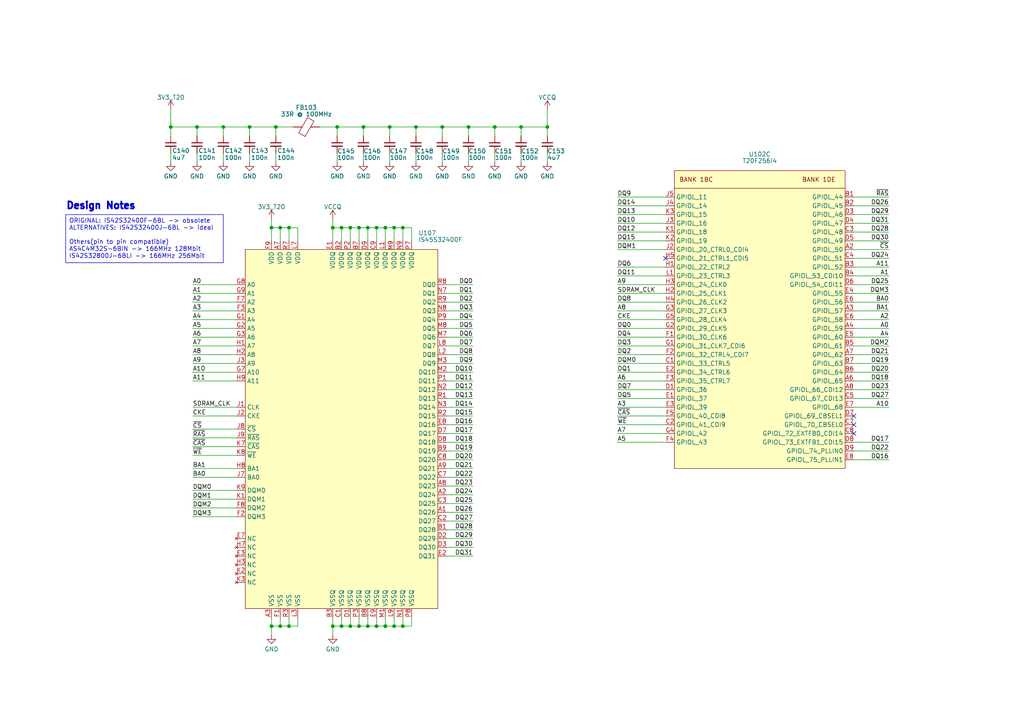
<source format=kicad_sch>
(kicad_sch (version 20230121) (generator eeschema)
  (paper "A4")
  (title_block (title "PS2 Video Processor Framebuffer") (rev "0.3") (comment 5 "-a project by Tschicki"))
  (junction (at 116.84 66.04))
  (junction (at 49.53 36.83))
  (junction (at 104.14 66.04))
  (junction (at 114.3 181.61))
  (junction (at 101.6 181.61))
  (junction (at 96.52 181.61))
  (junction (at 135.89 36.83))
  (junction (at 111.76 181.61))
  (junction (at 99.06 66.04))
  (junction (at 57.15 36.83))
  (junction (at 99.06 181.61))
  (junction (at 104.14 181.61))
  (junction (at 106.68 181.61))
  (junction (at 96.52 66.04))
  (junction (at 78.74 181.61))
  (junction (at 151.13 36.83))
  (junction (at 158.75 36.83))
  (junction (at 128.27 36.83))
  (junction (at 105.41 36.83))
  (junction (at 113.03 36.83))
  (junction (at 81.28 181.61))
  (junction (at 101.6 66.04))
  (junction (at 97.79 36.83))
  (junction (at 64.77 36.83))
  (junction (at 106.68 66.04))
  (junction (at 111.76 66.04))
  (junction (at 80.01 36.83))
  (junction (at 116.84 181.61))
  (junction (at 143.51 36.83))
  (junction (at 109.22 66.04))
  (junction (at 120.65 36.83))
  (junction (at 78.74 66.04))
  (junction (at 81.28 66.04))
  (junction (at 72.39 36.83))
  (junction (at 83.82 181.61))
  (junction (at 109.22 181.61))
  (junction (at 83.82 66.04))
  (junction (at 114.3 66.04))
  (no_connect (at 247.65 125.73))
  (no_connect (at 247.65 120.65))
  (no_connect (at 247.65 123.19))
  (no_connect (at 193.04 74.93))
  (wire (pts (xy 78.74 181.61) (xy 78.74 184.15)))
  (wire (pts (xy 92.71 36.83) (xy 97.79 36.83)))
  (wire (pts (xy 55.88 105.41) (xy 68.58 105.41)))
  (wire (pts (xy 109.22 179.07) (xy 109.22 181.61)))
  (wire (pts (xy 113.03 36.83) (xy 120.65 36.83)))
  (wire (pts (xy 120.65 36.83) (xy 120.65 39.37)))
  (wire (pts (xy 101.6 181.61) (xy 99.06 181.61)))
  (wire (pts (xy 101.6 66.04) (xy 101.6 69.85)))
  (wire (pts (xy 179.07 64.77) (xy 193.04 64.77)))
  (wire (pts (xy 96.52 181.61) (xy 96.52 184.15)))
  (wire (pts (xy 99.06 66.04) (xy 96.52 66.04)))
  (wire (pts (xy 129.54 87.63) (xy 137.16 87.63)))
  (wire (pts (xy 129.54 140.97) (xy 137.16 140.97)))
  (wire (pts (xy 257.81 80.01) (xy 247.65 80.01)))
  (wire (pts (xy 111.76 66.04) (xy 109.22 66.04)))
  (wire (pts (xy 179.07 97.79) (xy 193.04 97.79)))
  (wire (pts (xy 116.84 66.04) (xy 114.3 66.04)))
  (wire (pts (xy 104.14 179.07) (xy 104.14 181.61)))
  (wire (pts (xy 179.07 105.41) (xy 193.04 105.41)))
  (wire (pts (xy 96.52 179.07) (xy 96.52 181.61)))
  (wire (pts (xy 111.76 181.61) (xy 109.22 181.61)))
  (wire (pts (xy 55.88 127) (xy 68.58 127)))
  (wire (pts (xy 129.54 95.25) (xy 137.16 95.25)))
  (wire (pts (xy 111.76 179.07) (xy 111.76 181.61)))
  (wire (pts (xy 104.14 66.04) (xy 101.6 66.04)))
  (wire (pts (xy 179.07 87.63) (xy 193.04 87.63)))
  (wire (pts (xy 55.88 82.55) (xy 68.58 82.55)))
  (wire (pts (xy 99.06 66.04) (xy 99.06 69.85)))
  (wire (pts (xy 129.54 135.89) (xy 137.16 135.89)))
  (wire (pts (xy 151.13 36.83) (xy 158.75 36.83)))
  (wire (pts (xy 179.07 125.73) (xy 193.04 125.73)))
  (wire (pts (xy 151.13 36.83) (xy 151.13 39.37)))
  (wire (pts (xy 113.03 44.45) (xy 113.03 46.99)))
  (wire (pts (xy 257.81 67.31) (xy 247.65 67.31)))
  (wire (pts (xy 55.88 120.65) (xy 68.58 120.65)))
  (wire (pts (xy 72.39 36.83) (xy 72.39 39.37)))
  (wire (pts (xy 116.84 181.61) (xy 114.3 181.61)))
  (wire (pts (xy 257.81 72.39) (xy 247.65 72.39)))
  (wire (pts (xy 96.52 66.04) (xy 96.52 69.85)))
  (wire (pts (xy 78.74 63.5) (xy 78.74 66.04)))
  (wire (pts (xy 114.3 181.61) (xy 111.76 181.61)))
  (wire (pts (xy 257.81 118.11) (xy 247.65 118.11)))
  (wire (pts (xy 86.36 181.61) (xy 83.82 181.61)))
  (wire (pts (xy 114.3 66.04) (xy 111.76 66.04)))
  (wire (pts (xy 179.07 107.95) (xy 193.04 107.95)))
  (wire (pts (xy 129.54 143.51) (xy 137.16 143.51)))
  (wire (pts (xy 106.68 181.61) (xy 104.14 181.61)))
  (wire (pts (xy 99.06 179.07) (xy 99.06 181.61)))
  (wire (pts (xy 72.39 44.45) (xy 72.39 46.99)))
  (wire (pts (xy 257.81 57.15) (xy 247.65 57.15)))
  (wire (pts (xy 128.27 36.83) (xy 128.27 39.37)))
  (wire (pts (xy 81.28 66.04) (xy 78.74 66.04)))
  (wire (pts (xy 57.15 36.83) (xy 57.15 39.37)))
  (wire (pts (xy 49.53 31.75) (xy 49.53 36.83)))
  (wire (pts (xy 257.81 74.93) (xy 247.65 74.93)))
  (wire (pts (xy 257.81 97.79) (xy 247.65 97.79)))
  (wire (pts (xy 106.68 66.04) (xy 104.14 66.04)))
  (wire (pts (xy 64.77 44.45) (xy 64.77 46.99)))
  (wire (pts (xy 83.82 181.61) (xy 81.28 181.61)))
  (wire (pts (xy 55.88 144.78) (xy 68.58 144.78)))
  (wire (pts (xy 97.79 36.83) (xy 97.79 39.37)))
  (wire (pts (xy 64.77 36.83) (xy 72.39 36.83)))
  (wire (pts (xy 129.54 138.43) (xy 137.16 138.43)))
  (wire (pts (xy 129.54 85.09) (xy 137.16 85.09)))
  (wire (pts (xy 85.09 36.83) (xy 80.01 36.83)))
  (wire (pts (xy 83.82 66.04) (xy 83.82 69.85)))
  (wire (pts (xy 257.81 113.03) (xy 247.65 113.03)))
  (wire (pts (xy 257.81 107.95) (xy 247.65 107.95)))
  (wire (pts (xy 129.54 158.75) (xy 137.16 158.75)))
  (wire (pts (xy 179.07 62.23) (xy 193.04 62.23)))
  (wire (pts (xy 55.88 135.89) (xy 68.58 135.89)))
  (wire (pts (xy 55.88 138.43) (xy 68.58 138.43)))
  (wire (pts (xy 179.07 57.15) (xy 193.04 57.15)))
  (wire (pts (xy 86.36 66.04) (xy 83.82 66.04)))
  (wire (pts (xy 257.81 95.25) (xy 247.65 95.25)))
  (wire (pts (xy 179.07 102.87) (xy 193.04 102.87)))
  (wire (pts (xy 104.14 181.61) (xy 101.6 181.61)))
  (wire (pts (xy 129.54 130.81) (xy 137.16 130.81)))
  (wire (pts (xy 179.07 85.09) (xy 193.04 85.09)))
  (wire (pts (xy 129.54 151.13) (xy 137.16 151.13)))
  (wire (pts (xy 72.39 36.83) (xy 80.01 36.83)))
  (wire (pts (xy 257.81 87.63) (xy 247.65 87.63)))
  (wire (pts (xy 129.54 102.87) (xy 137.16 102.87)))
  (wire (pts (xy 55.88 124.46) (xy 68.58 124.46)))
  (wire (pts (xy 83.82 179.07) (xy 83.82 181.61)))
  (wire (pts (xy 78.74 179.07) (xy 78.74 181.61)))
  (wire (pts (xy 257.81 92.71) (xy 247.65 92.71)))
  (wire (pts (xy 129.54 97.79) (xy 137.16 97.79)))
  (wire (pts (xy 179.07 118.11) (xy 193.04 118.11)))
  (wire (pts (xy 179.07 113.03) (xy 193.04 113.03)))
  (wire (pts (xy 129.54 115.57) (xy 137.16 115.57)))
  (wire (pts (xy 143.51 36.83) (xy 151.13 36.83)))
  (wire (pts (xy 158.75 36.83) (xy 158.75 39.37)))
  (wire (pts (xy 257.81 90.17) (xy 247.65 90.17)))
  (wire (pts (xy 129.54 90.17) (xy 137.16 90.17)))
  (wire (pts (xy 97.79 36.83) (xy 105.41 36.83)))
  (wire (pts (xy 101.6 179.07) (xy 101.6 181.61)))
  (wire (pts (xy 179.07 69.85) (xy 193.04 69.85)))
  (wire (pts (xy 99.06 181.61) (xy 96.52 181.61)))
  (wire (pts (xy 179.07 128.27) (xy 193.04 128.27)))
  (wire (pts (xy 179.07 92.71) (xy 193.04 92.71)))
  (wire (pts (xy 247.65 85.09) (xy 257.81 85.09)))
  (wire (pts (xy 55.88 132.08) (xy 68.58 132.08)))
  (wire (pts (xy 129.54 128.27) (xy 137.16 128.27)))
  (wire (pts (xy 257.81 77.47) (xy 247.65 77.47)))
  (wire (pts (xy 129.54 118.11) (xy 137.16 118.11)))
  (wire (pts (xy 55.88 87.63) (xy 68.58 87.63)))
  (wire (pts (xy 55.88 85.09) (xy 68.58 85.09)))
  (wire (pts (xy 106.68 179.07) (xy 106.68 181.61)))
  (wire (pts (xy 55.88 118.11) (xy 68.58 118.11)))
  (wire (pts (xy 83.82 66.04) (xy 81.28 66.04)))
  (wire (pts (xy 119.38 66.04) (xy 116.84 66.04)))
  (wire (pts (xy 55.88 92.71) (xy 68.58 92.71)))
  (wire (pts (xy 179.07 67.31) (xy 193.04 67.31)))
  (wire (pts (xy 179.07 120.65) (xy 193.04 120.65)))
  (wire (pts (xy 55.88 149.86) (xy 68.58 149.86)))
  (wire (pts (xy 81.28 179.07) (xy 81.28 181.61)))
  (wire (pts (xy 179.07 59.69) (xy 193.04 59.69)))
  (wire (pts (xy 55.88 142.24) (xy 68.58 142.24)))
  (wire (pts (xy 116.84 179.07) (xy 116.84 181.61)))
  (wire (pts (xy 109.22 181.61) (xy 106.68 181.61)))
  (wire (pts (xy 129.54 148.59) (xy 137.16 148.59)))
  (wire (pts (xy 257.81 62.23) (xy 247.65 62.23)))
  (wire (pts (xy 135.89 44.45) (xy 135.89 46.99)))
  (wire (pts (xy 49.53 44.45) (xy 49.53 46.99)))
  (wire (pts (xy 80.01 36.83) (xy 80.01 39.37)))
  (wire (pts (xy 129.54 105.41) (xy 137.16 105.41)))
  (wire (pts (xy 55.88 129.54) (xy 68.58 129.54)))
  (wire (pts (xy 257.81 64.77) (xy 247.65 64.77)))
  (wire (pts (xy 129.54 161.29) (xy 137.16 161.29)))
  (wire (pts (xy 179.07 123.19) (xy 193.04 123.19)))
  (wire (pts (xy 97.79 44.45) (xy 97.79 46.99)))
  (wire (pts (xy 158.75 44.45) (xy 158.75 46.99)))
  (wire (pts (xy 158.75 31.75) (xy 158.75 36.83)))
  (wire (pts (xy 105.41 36.83) (xy 105.41 39.37)))
  (wire (pts (xy 247.65 128.27) (xy 257.81 128.27)))
  (wire (pts (xy 55.88 110.49) (xy 68.58 110.49)))
  (wire (pts (xy 179.07 82.55) (xy 193.04 82.55)))
  (wire (pts (xy 129.54 153.67) (xy 137.16 153.67)))
  (wire (pts (xy 179.07 95.25) (xy 193.04 95.25)))
  (wire (pts (xy 111.76 66.04) (xy 111.76 69.85)))
  (wire (pts (xy 57.15 36.83) (xy 49.53 36.83)))
  (wire (pts (xy 57.15 44.45) (xy 57.15 46.99)))
  (wire (pts (xy 86.36 179.07) (xy 86.36 181.61)))
  (wire (pts (xy 101.6 66.04) (xy 99.06 66.04)))
  (wire (pts (xy 257.81 115.57) (xy 247.65 115.57)))
  (wire (pts (xy 114.3 179.07) (xy 114.3 181.61)))
  (wire (pts (xy 129.54 107.95) (xy 137.16 107.95)))
  (wire (pts (xy 55.88 147.32) (xy 68.58 147.32)))
  (wire (pts (xy 143.51 44.45) (xy 143.51 46.99)))
  (wire (pts (xy 257.81 59.69) (xy 247.65 59.69)))
  (wire (pts (xy 129.54 113.03) (xy 137.16 113.03)))
  (wire (pts (xy 49.53 36.83) (xy 49.53 39.37)))
  (wire (pts (xy 55.88 95.25) (xy 68.58 95.25)))
  (wire (pts (xy 129.54 123.19) (xy 137.16 123.19)))
  (wire (pts (xy 55.88 102.87) (xy 68.58 102.87)))
  (wire (pts (xy 129.54 133.35) (xy 137.16 133.35)))
  (wire (pts (xy 120.65 36.83) (xy 128.27 36.83)))
  (wire (pts (xy 55.88 90.17) (xy 68.58 90.17)))
  (wire (pts (xy 257.81 100.33) (xy 247.65 100.33)))
  (wire (pts (xy 247.65 130.81) (xy 257.81 130.81)))
  (wire (pts (xy 119.38 69.85) (xy 119.38 66.04)))
  (wire (pts (xy 129.54 92.71) (xy 137.16 92.71)))
  (wire (pts (xy 57.15 36.83) (xy 64.77 36.83)))
  (wire (pts (xy 114.3 66.04) (xy 114.3 69.85)))
  (wire (pts (xy 179.07 77.47) (xy 193.04 77.47)))
  (wire (pts (xy 106.68 66.04) (xy 106.68 69.85)))
  (wire (pts (xy 119.38 181.61) (xy 116.84 181.61)))
  (wire (pts (xy 120.65 44.45) (xy 120.65 46.99)))
  (wire (pts (xy 179.07 72.39) (xy 193.04 72.39)))
  (wire (pts (xy 55.88 97.79) (xy 68.58 97.79)))
  (wire (pts (xy 81.28 181.61) (xy 78.74 181.61)))
  (wire (pts (xy 129.54 82.55) (xy 137.16 82.55)))
  (wire (pts (xy 129.54 120.65) (xy 137.16 120.65)))
  (wire (pts (xy 116.84 66.04) (xy 116.84 69.85)))
  (wire (pts (xy 113.03 36.83) (xy 113.03 39.37)))
  (wire (pts (xy 257.81 105.41) (xy 247.65 105.41)))
  (wire (pts (xy 135.89 36.83) (xy 135.89 39.37)))
  (wire (pts (xy 179.07 100.33) (xy 193.04 100.33)))
  (wire (pts (xy 257.81 82.55) (xy 247.65 82.55)))
  (wire (pts (xy 247.65 133.35) (xy 257.81 133.35)))
  (wire (pts (xy 105.41 36.83) (xy 113.03 36.83)))
  (wire (pts (xy 64.77 36.83) (xy 64.77 39.37)))
  (wire (pts (xy 86.36 69.85) (xy 86.36 66.04)))
  (wire (pts (xy 151.13 44.45) (xy 151.13 46.99)))
  (wire (pts (xy 129.54 100.33) (xy 137.16 100.33)))
  (wire (pts (xy 55.88 100.33) (xy 68.58 100.33)))
  (wire (pts (xy 257.81 69.85) (xy 247.65 69.85)))
  (wire (pts (xy 257.81 110.49) (xy 247.65 110.49)))
  (wire (pts (xy 179.07 80.01) (xy 193.04 80.01)))
  (wire (pts (xy 257.81 102.87) (xy 247.65 102.87)))
  (wire (pts (xy 129.54 156.21) (xy 137.16 156.21)))
  (wire (pts (xy 128.27 44.45) (xy 128.27 46.99)))
  (wire (pts (xy 109.22 66.04) (xy 109.22 69.85)))
  (wire (pts (xy 81.28 66.04) (xy 81.28 69.85)))
  (wire (pts (xy 119.38 179.07) (xy 119.38 181.61)))
  (wire (pts (xy 78.74 66.04) (xy 78.74 69.85)))
  (wire (pts (xy 179.07 110.49) (xy 193.04 110.49)))
  (wire (pts (xy 128.27 36.83) (xy 135.89 36.83)))
  (wire (pts (xy 129.54 125.73) (xy 137.16 125.73)))
  (wire (pts (xy 135.89 36.83) (xy 143.51 36.83)))
  (wire (pts (xy 143.51 36.83) (xy 143.51 39.37)))
  (wire (pts (xy 104.14 66.04) (xy 104.14 69.85)))
  (wire (pts (xy 109.22 66.04) (xy 106.68 66.04)))
  (wire (pts (xy 55.88 107.95) (xy 68.58 107.95)))
  (wire (pts (xy 105.41 44.45) (xy 105.41 46.99)))
  (wire (pts (xy 129.54 110.49) (xy 137.16 110.49)))
  (wire (pts (xy 96.52 63.5) (xy 96.52 66.04)))
  (wire (pts (xy 179.07 115.57) (xy 193.04 115.57)))
  (wire (pts (xy 179.07 90.17) (xy 193.04 90.17)))
  (wire (pts (xy 80.01 44.45) (xy 80.01 46.99)))
  (wire (pts (xy 129.54 146.05) (xy 137.16 146.05)))
  (text_box "ORIGINAL: IS42S32400F-6BL -> obsolete\nALTERNATIVES: IS42S32400J-6BL -> ideal\n\nOthers(pin to pin compatible)\nAS4C4M32S-6BIN -> 166MHz 128Mbit	\nIS42S32800J-6BLI -> 166MHz 256Mbit" (at 19.05 62.23 0) (size 45.72 13.97) (effects (font (size 1.27 1.27)) (justify left top)))
  (text "Design Notes" (at 19.05 60.96 0) (effects (font (size 2 2) (thickness 1) bold) (justify left bottom)))
  (label "DQ0" (at 137.16 82.55 180))
  (label "DQ15" (at 179.07 69.85 0))
  (label "A0" (at 55.88 82.55 0))
  (label "BA1" (at 257.81 90.17 180))
  (label "DQ24" (at 137.16 143.51 180))
  (label "DQ16" (at 137.16 123.19 180))
  (label "DQ2" (at 179.07 102.87 0))
  (label "DQ29" (at 137.16 156.21 180))
  (label "DQ29" (at 257.81 62.23 180))
  (label "DQ7" (at 137.16 100.33 180))
  (label "A5" (at 55.88 95.25 0))
  (label "A8" (at 55.88 102.87 0))
  (label "DQ6" (at 137.16 97.79 180))
  (label "A4" (at 257.81 97.79 180))
  (label "~{WE}" (at 55.88 132.08 0))
  (label "DQ11" (at 137.16 110.49 180))
  (label "A10" (at 55.88 107.95 0))
  (label "DQ31" (at 257.81 64.77 180))
  (label "DQ23" (at 257.81 113.03 180))
  (label "DQM3" (at 55.88 149.86 0))
  (label "A4" (at 55.88 92.71 0))
  (label "DQ10" (at 137.16 107.95 180))
  (label "DQ26" (at 137.16 148.59 180))
  (label "DQ20" (at 137.16 133.35 180))
  (label "DQ5" (at 137.16 95.25 180))
  (label "DQ17" (at 137.16 125.73 180))
  (label "A9" (at 179.07 82.55 0))
  (label "DQ12" (at 137.16 113.03 180))
  (label "A0" (at 257.81 95.25 180))
  (label "~{RAS}" (at 257.81 57.15 180))
  (label "DQ21" (at 257.81 102.87 180))
  (label "DQ30" (at 257.81 69.85 180))
  (label "A9" (at 55.88 105.41 0))
  (label "DQ24" (at 257.81 74.93 180))
  (label "DQ8" (at 179.07 87.63 0))
  (label "A1" (at 55.88 85.09 0))
  (label "BA0" (at 55.88 138.43 0))
  (label "DQ13" (at 137.16 115.57 180))
  (label "DQ3" (at 179.07 100.33 0))
  (label "DQ18" (at 137.16 128.27 180))
  (label "~{WE}" (at 179.07 123.19 0))
  (label "DQ10" (at 179.07 64.77 0))
  (label "CKE" (at 179.07 92.71 0))
  (label "DQ16" (at 257.81 133.35 180))
  (label "A8" (at 179.07 90.17 0))
  (label "A6" (at 55.88 97.79 0))
  (label "DQM1" (at 179.07 72.39 0))
  (label "A10" (at 257.81 118.11 180))
  (label "DQ23" (at 137.16 140.97 180))
  (label "DQM2" (at 55.88 147.32 0))
  (label "DQ7" (at 179.07 113.03 0))
  (label "DQ13" (at 179.07 62.23 0))
  (label "DQ8" (at 137.16 102.87 180))
  (label "A11" (at 257.81 77.47 180))
  (label "BA0" (at 257.81 87.63 180))
  (label "~{CS}" (at 257.81 72.39 180))
  (label "DQ1" (at 137.16 85.09 180))
  (label "A7" (at 55.88 100.33 0))
  (label "DQ1" (at 179.07 107.95 0))
  (label "DQ30" (at 137.16 158.75 180))
  (label "DQ9" (at 137.16 105.41 180))
  (label "A2" (at 257.81 92.71 180))
  (label "DQ4" (at 137.16 92.71 180))
  (label "~{CS}" (at 55.88 124.46 0))
  (label "DQM0" (at 179.07 105.41 0))
  (label "DQM0" (at 55.88 142.24 0))
  (label "CKE" (at 55.88 120.65 0))
  (label "DQ28" (at 137.16 153.67 180))
  (label "A1" (at 257.81 80.01 180))
  (label "DQ20" (at 257.81 107.95 180))
  (label "DQ0" (at 179.07 95.25 0))
  (label "DQ2" (at 137.16 87.63 180))
  (label "DQ3" (at 137.16 90.17 180))
  (label "A6" (at 179.07 110.49 0))
  (label "DQ21" (at 137.16 135.89 180))
  (label "DQ14" (at 179.07 59.69 0))
  (label "DQ19" (at 257.81 105.41 180))
  (label "DQ25" (at 137.16 146.05 180))
  (label "~{RAS}" (at 55.88 127 0))
  (label "DQ27" (at 257.81 115.57 180))
  (label "A3" (at 179.07 118.11 0))
  (label "A2" (at 55.88 87.63 0))
  (label "DQM3" (at 257.81 85.09 180))
  (label "DQ11" (at 179.07 80.01 0))
  (label "DQ12" (at 179.07 67.31 0))
  (label "DQ4" (at 179.07 97.79 0))
  (label "DQ9" (at 179.07 57.15 0))
  (label "SDRAM_CLK" (at 55.88 118.11 0))
  (label "A3" (at 55.88 90.17 0))
  (label "DQ15" (at 137.16 120.65 180))
  (label "DQ28" (at 257.81 67.31 180))
  (label "DQM2" (at 257.81 100.33 180))
  (label "DQ19" (at 137.16 130.81 180))
  (label "DQ22" (at 257.81 130.81 180))
  (label "DQ14" (at 137.16 118.11 180))
  (label "DQ22" (at 137.16 138.43 180))
  (label "DQ25" (at 257.81 82.55 180))
  (label "DQ17" (at 257.81 128.27 180))
  (label "DQM1" (at 55.88 144.78 0))
  (label "~{CAS}" (at 179.07 120.65 0))
  (label "A7" (at 179.07 125.73 0))
  (label "DQ31" (at 137.16 161.29 180))
  (label "SDRAM_CLK" (at 179.07 85.09 0))
  (label "DQ27" (at 137.16 151.13 180))
  (label "A11" (at 55.88 110.49 0))
  (label "A5" (at 179.07 128.27 0))
  (label "DQ5" (at 179.07 115.57 0))
  (label "BA1" (at 55.88 135.89 0))
  (label "DQ6" (at 179.07 77.47 0))
  (label "DQ26" (at 257.81 59.69 180))
  (label "~{CAS}" (at 55.88 129.54 0))
  (label "DQ18" (at 257.81 110.49 180))
  (symbol (lib_id "power:GND") (at 78.74 184.15 0) (unit 1)
    (property "Reference" "#PWR0176" (effects hide))
    (property "Value" "GND" (at 78.74 188.2855 0))
    (instances (project "Trion_T20_Devboard_02" (path "" (reference "#PWR0176") (unit 1)) (path "" (reference "#PWR0507") (unit 1))) (project "PS2_79004_Rev_0_4" (path "" (reference "#PWR02807") (unit 1))))
  )
  (symbol (lib_id "PS2:Trion_T20F256I4") (at 193.04 57.15 0) (unit 3)
    (property "Reference" "U102" (at 220.345 44.7261 0))
    (property "Value" "T20F256I4" (at 220.345 46.6471 0))
    (property "Footprint" "PS2:BGA-256_14.0x14.0mm_Layout16x16_P0.8mm_Ball0.45mm_Pad0.32mm_NSMD" (effects hide))
    (property "Datasheet" "https://www.efinixinc.com/docs/trion20-ds-v5.6.pdf" (effects hide))
    (property "Part Number" "T20F256C4" (effects hide))
    (instances (project "Trion_T20_Devboard_02" (path "" (reference "U102") (unit 3)) (path "" (reference "U101") (unit 3))) (project "PS2_79004_Rev_0_4" (path "" (reference "U2601") (unit 3))))
  )
  (symbol (lib_id "power:GND") (at 97.79 46.99 0) (unit 1)
    (property "Reference" "#PWR0180" (effects hide))
    (property "Value" "GND" (at 97.79 51.1255 0))
    (instances (project "Trion_T20_Devboard_02" (path "" (reference "#PWR0180") (unit 1)) (path "" (reference "#PWR0511") (unit 1))) (project "PS2_79004_Rev_0_4" (path "" (reference "#PWR02811") (unit 1))))
  )
  (symbol (lib_id "PS2_Capacitors:C_100n_0201") (at 97.79 41.91 0) (unit 1)
    (property "Reference" "C145" (at 97.79 43.815 0) (effects (justify left)))
    (property "Value" "100n" (at 97.79 45.72 0) (effects (justify left)))
    (property "Footprint" "PS2:C_0201_0603Metric" (effects hide))
    (property "Datasheet" "https://search.murata.co.jp/Ceramy/image/img/A01X/G101/ENG/GRM033Z71C104KE14-01.pdf" (effects hide))
    (property "Part Number" "GRM033Z71C104KE14D" (effects hide))
    (instances (project "Trion_T20_Devboard_02" (path "" (reference "C145") (unit 1)) (path "" (reference "C506") (unit 1))) (project "PS2_79004_Rev_0_4" (path "" (reference "C2806") (unit 1))))
  )
  (symbol (lib_id "power:GND") (at 72.39 46.99 0) (unit 1)
    (property "Reference" "#PWR0174" (effects hide))
    (property "Value" "GND" (at 72.39 51.1255 0))
    (instances (project "Trion_T20_Devboard_02" (path "" (reference "#PWR0174") (unit 1)) (path "" (reference "#PWR0505") (unit 1))) (project "PS2_79004_Rev_0_4" (path "" (reference "#PWR02805") (unit 1))))
  )
  (symbol (lib_id "PS2_Capacitors:C_4u7_0603") (at 158.75 41.91 0) (unit 1)
    (property "Reference" "C153" (at 158.75 43.815 0) (effects (justify left)))
    (property "Value" "4u7" (at 158.75 45.72 0) (effects (justify left)))
    (property "Footprint" "PS2:C_0603_1608Metric" (effects hide))
    (property "Datasheet" "https://www.mouser.at/datasheet/2/585/MLCC-1837944.pdf" (effects hide))
    (property "Part Number" "CL10A475KO8NNNC" (effects hide))
    (instances (project "Trion_T20_Devboard_02" (path "" (reference "C153") (unit 1)) (path "" (reference "C514") (unit 1))) (project "PS2_79004_Rev_0_4" (path "" (reference "C2814") (unit 1))))
  )
  (symbol (lib_id "PS2:3V3_T20") (at 49.53 31.75 0) (unit 1)
    (property "Reference" "#PWR02801" (effects hide))
    (property "Value" "3V3_T20" (at 49.53 28.2481 0))
  )
  (symbol (lib_id "power:GND") (at 96.52 184.15 0) (unit 1)
    (property "Reference" "#PWR0179" (effects hide))
    (property "Value" "GND" (at 96.52 188.2855 0))
    (instances (project "Trion_T20_Devboard_02" (path "" (reference "#PWR0179") (unit 1)) (path "" (reference "#PWR0510") (unit 1))) (project "PS2_79004_Rev_0_4" (path "" (reference "#PWR02810") (unit 1))))
  )
  (symbol (lib_id "power:GND") (at 128.27 46.99 0) (unit 1)
    (property "Reference" "#PWR0184" (effects hide))
    (property "Value" "GND" (at 128.27 51.1255 0))
    (instances (project "Trion_T20_Devboard_02" (path "" (reference "#PWR0184") (unit 1)) (path "" (reference "#PWR0515") (unit 1))) (project "PS2_79004_Rev_0_4" (path "" (reference "#PWR02815") (unit 1))))
  )
  (symbol (lib_id "PS2_Capacitors:C_100n_0201") (at 72.39 41.91 0) (unit 1)
    (property "Reference" "C143" (at 72.771 43.688 0) (effects (justify left)))
    (property "Value" "100n" (at 72.771 45.72 0) (effects (justify left)))
    (property "Footprint" "PS2:C_0201_0603Metric" (effects hide))
    (property "Datasheet" "https://search.murata.co.jp/Ceramy/image/img/A01X/G101/ENG/GRM033Z71C104KE14-01.pdf" (effects hide))
    (property "Part Number" "GRM033Z71C104KE14D" (effects hide))
    (instances (project "Trion_T20_Devboard_02" (path "" (reference "C143") (unit 1)) (path "" (reference "C504") (unit 1))) (project "PS2_79004_Rev_0_4" (path "" (reference "C2804") (unit 1))))
  )
  (symbol (lib_id "power:GND") (at 57.15 46.99 0) (unit 1)
    (property "Reference" "#PWR0172" (effects hide))
    (property "Value" "GND" (at 57.15 51.1255 0))
    (instances (project "Trion_T20_Devboard_02" (path "" (reference "#PWR0172") (unit 1)) (path "" (reference "#PWR0503") (unit 1))) (project "PS2_79004_Rev_0_4" (path "" (reference "#PWR02803") (unit 1))))
  )
  (symbol (lib_id "power:GND") (at 64.77 46.99 0) (unit 1)
    (property "Reference" "#PWR0173" (effects hide))
    (property "Value" "GND" (at 64.77 51.1255 0))
    (instances (project "Trion_T20_Devboard_02" (path "" (reference "#PWR0173") (unit 1)) (path "" (reference "#PWR0504") (unit 1))) (project "PS2_79004_Rev_0_4" (path "" (reference "#PWR02804") (unit 1))))
  )
  (symbol (lib_id "power:GND") (at 113.03 46.99 0) (unit 1)
    (property "Reference" "#PWR0182" (effects hide))
    (property "Value" "GND" (at 113.03 51.1255 0))
    (instances (project "Trion_T20_Devboard_02" (path "" (reference "#PWR0182") (unit 1)) (path "" (reference "#PWR0513") (unit 1))) (project "PS2_79004_Rev_0_4" (path "" (reference "#PWR02813") (unit 1))))
  )
  (symbol (lib_id "PS2_Capacitors:C_100n_0201") (at 105.41 41.91 0) (unit 1)
    (property "Reference" "C146" (at 105.41 43.815 0) (effects (justify left)))
    (property "Value" "100n" (at 105.41 45.72 0) (effects (justify left)))
    (property "Footprint" "PS2:C_0201_0603Metric" (effects hide))
    (property "Datasheet" "https://search.murata.co.jp/Ceramy/image/img/A01X/G101/ENG/GRM033Z71C104KE14-01.pdf" (effects hide))
    (property "Part Number" "GRM033Z71C104KE14D" (effects hide))
    (instances (project "Trion_T20_Devboard_02" (path "" (reference "C146") (unit 1)) (path "" (reference "C507") (unit 1))) (project "PS2_79004_Rev_0_4" (path "" (reference "C2807") (unit 1))))
  )
  (symbol (lib_id "power:GND") (at 49.53 46.99 0) (unit 1)
    (property "Reference" "#PWR0171" (effects hide))
    (property "Value" "GND" (at 49.53 51.1255 0))
    (instances (project "Trion_T20_Devboard_02" (path "" (reference "#PWR0171") (unit 1)) (path "" (reference "#PWR0502") (unit 1))) (project "PS2_79004_Rev_0_4" (path "" (reference "#PWR02802") (unit 1))))
  )
  (symbol (lib_id "power:GND") (at 135.89 46.99 0) (unit 1)
    (property "Reference" "#PWR0185" (effects hide))
    (property "Value" "GND" (at 135.89 51.1255 0))
    (instances (project "Trion_T20_Devboard_02" (path "" (reference "#PWR0185") (unit 1)) (path "" (reference "#PWR0516") (unit 1))) (project "PS2_79004_Rev_0_4" (path "" (reference "#PWR02816") (unit 1))))
  )
  (symbol (lib_id "PS2_Capacitors:C_100n_0201") (at 120.65 41.91 0) (unit 1)
    (property "Reference" "C148" (at 120.65 43.815 0) (effects (justify left)))
    (property "Value" "100n" (at 120.65 45.72 0) (effects (justify left)))
    (property "Footprint" "PS2:C_0201_0603Metric" (effects hide))
    (property "Datasheet" "https://search.murata.co.jp/Ceramy/image/img/A01X/G101/ENG/GRM033Z71C104KE14-01.pdf" (effects hide))
    (property "Part Number" "GRM033Z71C104KE14D" (effects hide))
    (instances (project "Trion_T20_Devboard_02" (path "" (reference "C148") (unit 1)) (path "" (reference "C509") (unit 1))) (project "PS2_79004_Rev_0_4" (path "" (reference "C2809") (unit 1))))
  )
  (symbol (lib_id "PS2_Capacitors:C_100n_0201") (at 80.01 41.91 0) (unit 1)
    (property "Reference" "C144" (at 80.391 43.688 0) (effects (justify left)))
    (property "Value" "100n" (at 80.391 45.72 0) (effects (justify left)))
    (property "Footprint" "PS2:C_0201_0603Metric" (effects hide))
    (property "Datasheet" "https://search.murata.co.jp/Ceramy/image/img/A01X/G101/ENG/GRM033Z71C104KE14-01.pdf" (effects hide))
    (property "Part Number" "GRM033Z71C104KE14D" (effects hide))
    (instances (project "Trion_T20_Devboard_02" (path "" (reference "C144") (unit 1)) (path "" (reference "C505") (unit 1))) (project "PS2_79004_Rev_0_4" (path "" (reference "C2805") (unit 1))))
  )
  (symbol (lib_id "power:GND") (at 151.13 46.99 0) (unit 1)
    (property "Reference" "#PWR0187" (effects hide))
    (property "Value" "GND" (at 151.13 51.1255 0))
    (instances (project "Trion_T20_Devboard_02" (path "" (reference "#PWR0187") (unit 1)) (path "" (reference "#PWR0518") (unit 1))) (project "PS2_79004_Rev_0_4" (path "" (reference "#PWR02818") (unit 1))))
  )
  (symbol (lib_id "PS2_Capacitors:C_100n_0201") (at 128.27 41.91 0) (unit 1)
    (property "Reference" "C149" (at 128.27 43.815 0) (effects (justify left)))
    (property "Value" "100n" (at 128.27 45.72 0) (effects (justify left)))
    (property "Footprint" "PS2:C_0201_0603Metric" (effects hide))
    (property "Datasheet" "https://search.murata.co.jp/Ceramy/image/img/A01X/G101/ENG/GRM033Z71C104KE14-01.pdf" (effects hide))
    (property "Part Number" "GRM033Z71C104KE14D" (effects hide))
    (instances (project "Trion_T20_Devboard_02" (path "" (reference "C149") (unit 1)) (path "" (reference "C510") (unit 1))) (project "PS2_79004_Rev_0_4" (path "" (reference "C2810") (unit 1))))
  )
  (symbol (lib_id "power:GND") (at 143.51 46.99 0) (unit 1)
    (property "Reference" "#PWR0186" (effects hide))
    (property "Value" "GND" (at 143.51 51.1255 0))
    (instances (project "Trion_T20_Devboard_02" (path "" (reference "#PWR0186") (unit 1)) (path "" (reference "#PWR0517") (unit 1))) (project "PS2_79004_Rev_0_4" (path "" (reference "#PWR02817") (unit 1))))
  )
  (symbol (lib_id "power:GND") (at 105.41 46.99 0) (unit 1)
    (property "Reference" "#PWR0181" (effects hide))
    (property "Value" "GND" (at 105.41 51.1255 0))
    (instances (project "Trion_T20_Devboard_02" (path "" (reference "#PWR0181") (unit 1)) (path "" (reference "#PWR0512") (unit 1))) (project "PS2_79004_Rev_0_4" (path "" (reference "#PWR02812") (unit 1))))
  )
  (symbol (lib_id "PS2:IS42S32400F-6B") (at 68.58 82.55 0) (unit 1)
    (property "Reference" "U107" (at 121.3359 67.5861 0) (effects (justify left)))
    (property "Value" "IS45S32400F" (at 121.3359 69.5071 0) (effects (justify left)))
    (property "Footprint" "PS2:BGA-90_8.0x13.0mm_Layout2x3x15_P0.8mm" (effects hide))
    (property "Datasheet" "https://www.issi.com/WW/pdf/42-45S32400F.pdf" (effects hide))
    (property "Part Number" "IS42S32400J-6BL" (effects hide))
    (instances (project "Trion_T20_Devboard_02" (path "" (reference "U107") (unit 1)) (path "" (reference "U501") (unit 1))) (project "PS2_79004_Rev_0_4" (path "" (reference "U2801") (unit 1))))
  )
  (symbol (lib_id "PS2_Capacitors:C_100n_0201") (at 143.51 41.91 0) (unit 1)
    (property "Reference" "C151" (at 143.51 43.815 0) (effects (justify left)))
    (property "Value" "100n" (at 143.51 45.72 0) (effects (justify left)))
    (property "Footprint" "PS2:C_0201_0603Metric" (effects hide))
    (property "Datasheet" "https://search.murata.co.jp/Ceramy/image/img/A01X/G101/ENG/GRM033Z71C104KE14-01.pdf" (effects hide))
    (property "Part Number" "GRM033Z71C104KE14D" (effects hide))
    (instances (project "Trion_T20_Devboard_02" (path "" (reference "C151") (unit 1)) (path "" (reference "C512") (unit 1))) (project "PS2_79004_Rev_0_4" (path "" (reference "C2812") (unit 1))))
  )
  (symbol (lib_id "PS2:3V3_T20") (at 78.74 63.5 0) (unit 1)
    (property "Reference" "#PWR02806" (effects hide))
    (property "Value" "3V3_T20" (at 78.74 59.9981 0))
  )
  (symbol (lib_id "power:VCCQ") (at 96.52 63.5 0) (unit 1)
    (property "Reference" "#PWR0178" (effects hide))
    (property "Value" "VCCQ" (at 96.52 59.9981 0))
    (instances (project "Trion_T20_Devboard_02" (path "" (reference "#PWR0178") (unit 1)) (path "" (reference "#PWR0509") (unit 1))) (project "PS2_79004_Rev_0_4" (path "" (reference "#PWR02809") (unit 1))))
  )
  (symbol (lib_id "PS2_Capacitors:C_100n_0201") (at 57.15 41.91 0) (unit 1)
    (property "Reference" "C141" (at 57.531 43.688 0) (effects (justify left)))
    (property "Value" "100n" (at 57.531 45.72 0) (effects (justify left)))
    (property "Footprint" "PS2:C_0201_0603Metric" (effects hide))
    (property "Datasheet" "https://search.murata.co.jp/Ceramy/image/img/A01X/G101/ENG/GRM033Z71C104KE14-01.pdf" (effects hide))
    (property "Part Number" "GRM033Z71C104KE14D" (effects hide))
    (instances (project "Trion_T20_Devboard_02" (path "" (reference "C141") (unit 1)) (path "" (reference "C502") (unit 1))) (project "PS2_79004_Rev_0_4" (path "" (reference "C2802") (unit 1))))
  )
  (symbol (lib_id "PS2_Capacitors:C_4u7_0603") (at 49.53 41.91 0) (unit 1)
    (property "Reference" "C140" (at 49.911 43.688 0) (effects (justify left)))
    (property "Value" "4u7" (at 49.911 45.72 0) (effects (justify left)))
    (property "Footprint" "PS2:C_0603_1608Metric" (effects hide))
    (property "Datasheet" "https://www.mouser.at/datasheet/2/585/MLCC-1837944.pdf" (effects hide))
    (property "Part Number" "CL10A475KO8NNNC" (effects hide))
    (instances (project "Trion_T20_Devboard_02" (path "" (reference "C140") (unit 1)) (path "" (reference "C501") (unit 1))) (project "PS2_79004_Rev_0_4" (path "" (reference "C2801") (unit 1))))
  )
  (symbol (lib_id "power:VCCQ") (at 158.75 31.75 0) (unit 1)
    (property "Reference" "#PWR0188" (effects hide))
    (property "Value" "VCCQ" (at 158.75 28.2481 0))
    (instances (project "Trion_T20_Devboard_02" (path "" (reference "#PWR0188") (unit 1)) (path "" (reference "#PWR0519") (unit 1))) (project "PS2_79004_Rev_0_4" (path "" (reference "#PWR02819") (unit 1))))
  )
  (symbol (lib_id "PS2_Capacitors:C_100n_0201") (at 113.03 41.91 0) (unit 1)
    (property "Reference" "C147" (at 113.03 43.815 0) (effects (justify left)))
    (property "Value" "100n" (at 113.03 45.72 0) (effects (justify left)))
    (property "Footprint" "PS2:C_0201_0603Metric" (effects hide))
    (property "Datasheet" "https://search.murata.co.jp/Ceramy/image/img/A01X/G101/ENG/GRM033Z71C104KE14-01.pdf" (effects hide))
    (property "Part Number" "GRM033Z71C104KE14D" (effects hide))
    (instances (project "Trion_T20_Devboard_02" (path "" (reference "C147") (unit 1)) (path "" (reference "C508") (unit 1))) (project "PS2_79004_Rev_0_4" (path "" (reference "C2808") (unit 1))))
  )
  (symbol (lib_id "power:GND") (at 80.01 46.99 0) (unit 1)
    (property "Reference" "#PWR0177" (effects hide))
    (property "Value" "GND" (at 80.01 51.1255 0))
    (instances (project "Trion_T20_Devboard_02" (path "" (reference "#PWR0177") (unit 1)) (path "" (reference "#PWR0508") (unit 1))) (project "PS2_79004_Rev_0_4" (path "" (reference "#PWR02808") (unit 1))))
  )
  (symbol (lib_id "power:GND") (at 158.75 46.99 0) (unit 1)
    (property "Reference" "#PWR0189" (effects hide))
    (property "Value" "GND" (at 158.75 51.1255 0))
    (instances (project "Trion_T20_Devboard_02" (path "" (reference "#PWR0189") (unit 1)) (path "" (reference "#PWR0520") (unit 1))) (project "PS2_79004_Rev_0_4" (path "" (reference "#PWR02820") (unit 1))))
  )
  (symbol (lib_id "PS2_Capacitors:C_100n_0201") (at 151.13 41.91 0) (unit 1)
    (property "Reference" "C152" (at 151.13 43.815 0) (effects (justify left)))
    (property "Value" "100n" (at 151.13 45.72 0) (effects (justify left)))
    (property "Footprint" "PS2:C_0201_0603Metric" (effects hide))
    (property "Datasheet" "https://search.murata.co.jp/Ceramy/image/img/A01X/G101/ENG/GRM033Z71C104KE14-01.pdf" (effects hide))
    (property "Part Number" "GRM033Z71C104KE14D" (effects hide))
    (instances (project "Trion_T20_Devboard_02" (path "" (reference "C152") (unit 1)) (path "" (reference "C513") (unit 1))) (project "PS2_79004_Rev_0_4" (path "" (reference "C2813") (unit 1))))
  )
  (symbol (lib_id "PS2_Capacitors:C_100n_0201") (at 135.89 41.91 0) (unit 1)
    (property "Reference" "C150" (at 135.89 43.815 0) (effects (justify left)))
    (property "Value" "100n" (at 135.89 45.72 0) (effects (justify left)))
    (property "Footprint" "PS2:C_0201_0603Metric" (effects hide))
    (property "Datasheet" "https://search.murata.co.jp/Ceramy/image/img/A01X/G101/ENG/GRM033Z71C104KE14-01.pdf" (effects hide))
    (property "Part Number" "GRM033Z71C104KE14D" (effects hide))
    (instances (project "Trion_T20_Devboard_02" (path "" (reference "C150") (unit 1)) (path "" (reference "C511") (unit 1))) (project "PS2_79004_Rev_0_4" (path "" (reference "C2811") (unit 1))))
  )
  (symbol (lib_id "power:GND") (at 120.65 46.99 0) (unit 1)
    (property "Reference" "#PWR0183" (effects hide))
    (property "Value" "GND" (at 120.65 51.1255 0))
    (instances (project "Trion_T20_Devboard_02" (path "" (reference "#PWR0183") (unit 1)) (path "" (reference "#PWR0514") (unit 1))) (project "PS2_79004_Rev_0_4" (path "" (reference "#PWR02814") (unit 1))))
  )
  (symbol (lib_id "Device:FerriteBead") (at 88.9 36.83 90) (unit 1)
    (property "Reference" "FB103" (at 88.8492 31.1785 90))
    (property "Value" "33R @ 100MHz" (at 88.8492 33.0995 90))
    (property "Footprint" "PS2:R_0402_1005Metric" (effects hide))
    (property "Part Number" "BLM15PX330SN1D" (effects hide))
    (instances (project "Trion_T20_Devboard_02" (path "" (reference "FB103") (unit 1)) (path "" (reference "FB501") (unit 1))) (project "PS2_79004_Rev_0_4" (path "" (reference "FB2801") (unit 1))))
  )
  (symbol (lib_id "PS2_Capacitors:C_100n_0201") (at 64.77 41.91 0) (unit 1)
    (property "Reference" "C142" (at 65.151 43.688 0) (effects (justify left)))
    (property "Value" "100n" (at 65.151 45.72 0) (effects (justify left)))
    (property "Footprint" "PS2:C_0201_0603Metric" (effects hide))
    (property "Datasheet" "https://search.murata.co.jp/Ceramy/image/img/A01X/G101/ENG/GRM033Z71C104KE14-01.pdf" (effects hide))
    (property "Part Number" "GRM033Z71C104KE14D" (effects hide))
    (instances (project "Trion_T20_Devboard_02" (path "" (reference "C142") (unit 1)) (path "" (reference "C503") (unit 1))) (project "PS2_79004_Rev_0_4" (path "" (reference "C2803") (unit 1))))
  )
)
</source>
